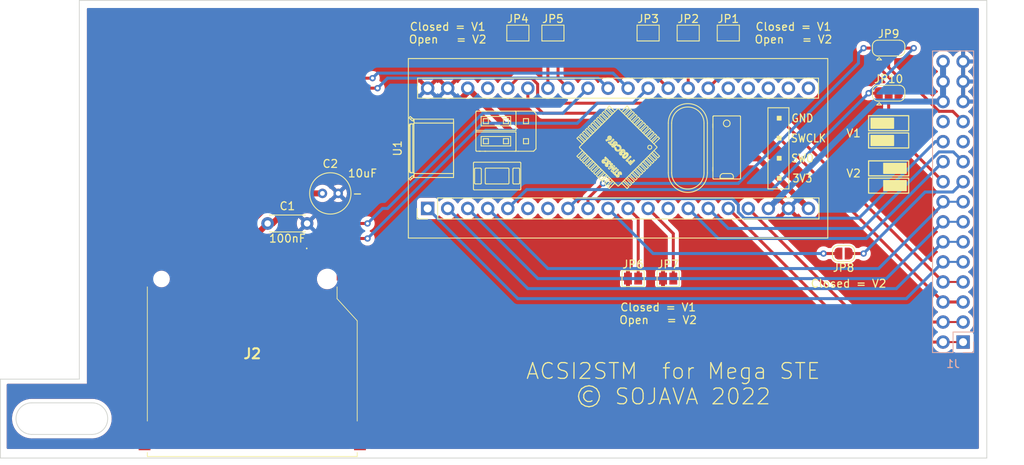
<source format=kicad_pcb>
(kicad_pcb (version 20211014) (generator pcbnew)
  (title_block (title "Atari Mega STE ACSI2STM Internal adapter") (date "2022-04-11") (rev "1.1") (company "SOJAVA"))
  (layers (0 "F.Cu" signal) (31 "B.Cu" signal) (34 "B.Paste" user) (35 "F.Paste" user) (36 "B.SilkS" user "B.Silkscreen") (37 "F.SilkS" user "F.Silkscreen") (38 "B.Mask" user) (39 "F.Mask" user) (44 "Edge.Cuts" user))
  (net 0 "")
  (net 1 "/D0")
  (net 2 "/D1")
  (net 3 "/D2")
  (net 4 "/D3")
  (net 5 "/D4")
  (net 6 "/D5")
  (net 7 "/D6")
  (net 8 "/D7")
  (net 9 "/RST")
  (net 10 "ACK")
  (net 11 "/CS")
  (net 12 "/A0")
  (net 14 "/DRQ")
  (net 15 "XHDINT")
  (net 17 "GND")
  (net 18 "+5V")
  (net 19 "PA12")
  (net 20 "PA8")
  (net 21 "+3V3")
  (net 25 "MOSI")
  (net 26 "MISO")
  (net 28 "CLK")
  (net 29 "SDCS")
  (net 39 "Net-(JP8-Pad2)")
  (net 40 "PB1")
  (net 41 "PB2")
  (net 42 "PA3")
  (net 43 "PA2")
  (net 44 "PA1")
  (net 45 "PB4")
  (net 46 "PB3")
  (footprint "Jumper:SolderJumper-2_P1.3mm_Open_Pad1.0x1.5mm" (layer "F.Cu") (at 170.18 135.255)
    (fp_text reference "JP6" (at 0 -1.8) (layer "F.SilkS"))
    (fp_text value "Close = V1")
    (pad "1" smd rect locked (at -0.65 0) (size 1 1.5) (layers "F.Cu" "F.Mask") (net 17 "GND"))
    (pad "2" smd rect locked (at 0.65 0) (size 1 1.5) (layers "F.Cu" "F.Mask") (net 46 "PB3"))
  )
  (footprint "footprints:YAAJ_BluePill_1" (layer "F.Cu") (at 144.145 126.365 90)
    (fp_text reference "U1" (at 7.62 -3.81 90) (layer "F.SilkS"))
    (fp_text value "BluePill" hide)
    (fp_text user "3V3" (at 3.81 47.498 unlocked) (layer "F.SilkS") (effects (font (size 1 0.9))))
    (fp_text user "GND" (at 11.43 47.498 unlocked) (layer "F.SilkS") (effects (font (size 1 0.9))))
    (fp_text user "SWO" (at 6.35 47.498 unlocked) (layer "F.SilkS") (effects (font (size 1 0.9))))
    (fp_text user "SWCLK" (at 8.89 48.26 unlocked) (layer "F.SilkS") (effects (font (size 1 0.9))))
    (pad "1" thru_hole rect locked (at 0 0 90) (size 1.7 1.7) (drill 1) (layers *.Cu *.Mask) (net 5 "/D4"))
    (pad "2" thru_hole circle locked (at 0 2.54 90) (size 1.7 1.7) (drill 1) (layers *.Cu *.Mask) (net 6 "/D5"))
    (pad "3" thru_hole circle locked (at 0 5.08 90) (size 1.7 1.7) (drill 1) (layers *.Cu *.Mask) (net 7 "/D6"))
    (pad "4" thru_hole circle locked (at 0 7.62 90) (size 1.7 1.7) (drill 1) (layers *.Cu *.Mask) (net 8 "/D7"))
    (pad "5" thru_hole circle locked (at 0 10.16 90) (size 1.7 1.7) (drill 1) (layers *.Cu *.Mask) (net 20 "PA8"))
    (pad "6" thru_hole circle locked (at 0 12.7 90) (size 1.7 1.7) (drill 1) (layers *.Cu *.Mask))
    (pad "7" thru_hole circle locked (at 0 15.24 90) (size 1.7 1.7) (drill 1) (layers *.Cu *.Mask))
    (pad "8" thru_hole circle locked (at 0 17.78 90) (size 1.7 1.7) (drill 1) (layers *.Cu *.Mask) (net 14 "/DRQ"))
    (pad "9" thru_hole circle locked (at 0 20.32 90) (size 1.7 1.7) (drill 1) (layers *.Cu *.Mask) (net 19 "PA12"))
    (pad "10" thru_hole circle locked (at 0 22.86 90) (size 1.7 1.7) (drill 1) (layers *.Cu *.Mask) (net 39 "Net-(JP8-Pad2)"))
    (pad "11" thru_hole circle locked (at 0 25.4 90) (size 1.7 1.7) (drill 1) (layers *.Cu *.Mask) (net 46 "PB3"))
    (pad "12" thru_hole circle locked (at 0 27.94 90) (size 1.7 1.7) (drill 1) (layers *.Cu *.Mask) (net 45 "PB4"))
    (pad "13" thru_hole circle locked (at 0 30.48 90) (size 1.7 1.7) (drill 1) (layers *.Cu *.Mask))
    (pad "14" thru_hole circle locked (at 0 33.02 90) (size 1.7 1.7) (drill 1) (layers *.Cu *.Mask) (net 12 "/A0"))
    (pad "15" thru_hole circle locked (at 0 35.56 90) (size 1.7 1.7) (drill 1) (layers *.Cu *.Mask) (net 11 "/CS"))
    (pad "16" thru_hole circle locked (at 0 38.1 90) (size 1.7 1.7) (drill 1) (layers *.Cu *.Mask) (net 1 "/D0"))
    (pad "17" thru_hole circle locked (at 0 40.64 90) (size 1.7 1.7) (drill 1) (layers *.Cu *.Mask) (net 2 "/D1"))
    (pad "18" thru_hole circle locked (at 0 43.18 90) (size 1.7 1.7) (drill 1) (layers *.Cu *.Mask) (net 18 "+5V"))
    (pad "19" thru_hole circle locked (at 0 45.72 90) (size 1.7 1.7) (drill 1) (layers *.Cu *.Mask) (net 17 "GND"))
    (pad "20" thru_hole circle locked (at 0 48.26 90) (size 1.7 1.7) (drill 1) (layers *.Cu *.Mask) (net 21 "+3V3"))
    (pad "21" thru_hole circle locked (at 15.24 48.26 90) (size 1.7 1.7) (drill 1) (layers *.Cu *.Mask))
    (pad "22" thru_hole circle locked (at 15.24 45.72 90) (size 1.7 1.7) (drill 1) (layers *.Cu *.Mask))
    (pad "23" thru_hole circle locked (at 15.24 43.18 90) (size 1.7 1.7) (drill 1) (layers *.Cu *.Mask))
    (pad "24" thru_hole circle locked (at 15.24 40.64 90) (size 1.7 1.7) (drill 1) (layers *.Cu *.Mask))
    (pad "25" thru_hole circle locked (at 15.24 38.1 90) (size 1.7 1.7) (drill 1) (layers *.Cu *.Mask))
    (pad "26" thru_hole circle locked (at 15.24 35.56 90) (size 1.7 1.7) (drill 1) (layers *.Cu *.Mask) (net 44 "PA1"))
    (pad "27" thru_hole circle locked (at 15.24 33.02 90) (size 1.7 1.7) (drill 1) (layers *.Cu *.Mask) (net 43 "PA2"))
    (pad "28" thru_hole circle locked (at 15.24 30.48 90) (size 1.7 1.7) (drill 1) (layers *.Cu *.Mask) (net 42 "PA3"))
    (pad "29" thru_hole circle locked (at 15.24 27.94 90) (size 1.7 1.7) (drill 1) (layers *.Cu *.Mask) (net 29 "SDCS"))
    (pad "30" thru_hole circle locked (at 15.24 25.4 90) (size 1.7 1.7) (drill 1) (layers *.Cu *.Mask) (net 28 "CLK"))
    (pad "31" thru_hole circle locked (at 15.24 22.86 90) (size 1.7 1.7) (drill 1) (layers *.Cu *.Mask) (net 26 "MISO"))
    (pad "32" thru_hole circle locked (at 15.24 20.32 90) (size 1.7 1.7) (drill 1) (layers *.Cu *.Mask) (net 25 "MOSI"))
    (pad "33" thru_hole circle locked (at 15.24 17.78 90) (size 1.7 1.7) (drill 1) (layers *.Cu *.Mask) (net 41 "PB2"))
    (pad "34" thru_hole circle locked (at 15.24 15.24 90) (size 1.7 1.7) (drill 1) (layers *.Cu *.Mask) (net 40 "PB1"))
    (pad "35" thru_hole circle locked (at 15.24 12.7 90) (size 1.7 1.7) (drill 1) (layers *.Cu *.Mask) (net 3 "/D2"))
    (pad "36" thru_hole circle locked (at 15.24 10.16 90) (size 1.7 1.7) (drill 1) (layers *.Cu *.Mask) (net 4 "/D3"))
    (pad "37" thru_hole circle locked (at 15.24 7.62 90) (size 1.7 1.7) (drill 1) (layers *.Cu *.Mask))
    (pad "38" thru_hole circle locked (at 15.24 5.08 90) (size 1.7 1.7) (drill 1) (layers *.Cu *.Mask) (net 21 "+3V3"))
    (pad "39" thru_hole circle locked (at 15.24 2.54 90) (size 1.7 1.7) (drill 1) (layers *.Cu *.Mask) (net 17 "GND"))
    (pad "40" thru_hole circle locked (at 15.24 0 90) (size 1.7 1.7) (drill 1) (layers *.Cu *.Mask) (net 17 "GND"))
  )
  (footprint "Jumper:SolderJumper-3_P1.3mm_Open_RoundedPad1.0x1.5mm" (layer "F.Cu") (at 202.565 111.76)
    (fp_text reference "JP10" (at 0 -1.8) (layer "F.SilkS"))
    (fp_text value "ACK Jumper")
    (pad "1" smd custom locked (at -1.3 0) (size 1 0.5) (layers "F.Cu" "F.Mask") (net 20 "PA8") (options (clearance outline) (anchor rect)) (primitives (gr_circle (center 0 0.25) (end 0.5 0.25) (width 0) (fill yes)) (gr_circle (center 0 -0.25) (end 0.5 -0.25) (width 0) (fill yes)) (gr_poly (pts (xy 0.55 0.75) (xy 0 0.75) (xy 0 -0.75) (xy 0.55 -0.75)) (width 0) (fill yes))))
    (pad "2" smd rect locked (at 0 0) (size 1 1.5) (layers "F.Cu" "F.Mask") (net 10 "ACK"))
    (pad "3" smd custom locked (at 1.3 0) (size 1 0.5) (layers "F.Cu" "F.Mask") (net 19 "PA12") (options (clearance outline) (anchor rect)) (primitives (gr_circle (center 0 0.25) (end 0.5 0.25) (width 0) (fill yes)) (gr_circle (center 0 -0.25) (end 0.5 -0.25) (width 0) (fill yes)) (gr_poly (pts (xy 0 0.75) (xy -0.55 0.75) (xy -0.55 -0.75) (xy 0 -0.75)) (width 0) (fill yes))))
  )
  (footprint "SamacSys_Parts:GSD090012SEU" (layer "F.Cu") (at 121.92 144.78)
    (fp_text reference "J2" (at 0 0) (layer "F.SilkS") (effects (font (size 1.27 1.27) (thickness 0.254))))
    (fp_text value "GSD090012SEU" hide)
    (pad "" np_thru_hole circle locked (at -11.499 -9.475) (size 1.1 1.1) (drill 1.1) (layers *.Cu *.Mask))
    (pad "" np_thru_hole circle locked (at 9.501 -9.475) (size 1.6 1.6) (drill 1.6) (layers *.Cu *.Mask))
    (pad "1" smd rect locked (at 6.875 -12.275) (size 1 1.5) (layers "F.Cu" "F.Paste" "F.Mask") (net 29 "SDCS"))
    (pad "2" smd rect locked (at 4.375 -12.275) (size 1 1.5) (layers "F.Cu" "F.Paste" "F.Mask") (net 25 "MOSI"))
    (pad "3" smd rect locked (at 1.875 -12.275) (size 1 1.5) (layers "F.Cu" "F.Paste" "F.Mask") (net 17 "GND"))
    (pad "4" smd rect locked (at -0.625 -12.275) (size 1 1.5) (layers "F.Cu" "F.Paste" "F.Mask") (net 21 "+3V3"))
    (pad "5" smd rect locked (at -3.125 -12.275) (size 1 1.5) (layers "F.Cu" "F.Paste" "F.Mask") (net 28 "CLK"))
    (pad "6" smd rect locked (at -5.625 -12.275) (size 1 1.5) (layers "F.Cu" "F.Paste" "F.Mask") (net 17 "GND"))
    (pad "7" smd rect locked (at -8.05 -12.275) (size 1 1.5) (layers "F.Cu" "F.Paste" "F.Mask") (net 26 "MISO"))
    (pad "8" smd rect locked (at -9.75 -12.275) (size 1 1.5) (layers "F.Cu" "F.Paste" "F.Mask"))
    (pad "9" smd rect locked (at 9.375 -12.275) (size 1 1.5) (layers "F.Cu" "F.Paste" "F.Mask"))
    (pad "10" smd rect locked (at -11.05 -12.275) (size 0.7 1.5) (layers "F.Cu" "F.Paste" "F.Mask"))
    (pad "11" smd rect locked (at -12.25 -12.275) (size 0.7 1.5) (layers "F.Cu" "F.Paste" "F.Mask"))
    (pad "MP1" smd rect locked (at -13.65 -10.675) (size 1.5 2.8) (layers "F.Cu" "F.Paste" "F.Mask") (net 17 "GND"))
    (pad "MP2" smd rect locked (at 11.451 -10.675) (size 1.5 2.8) (layers "F.Cu" "F.Paste" "F.Mask") (net 17 "GND"))
    (pad "MP3" smd rect locked (at -13.65 10.825) (size 1.5 2.8) (layers "F.Cu" "F.Paste" "F.Mask") (net 17 "GND"))
    (pad "MP4" smd rect locked (at 13.65 10.825) (size 1.5 2.8) (layers "F.Cu" "F.Paste" "F.Mask") (net 17 "GND"))
  )
  (footprint "Jumper:SolderJumper-2_P1.3mm_Open_Pad1.0x1.5mm" (layer "F.Cu") (at 182.245 104.14)
    (fp_text reference "JP1" (at 0 -1.8) (layer "F.SilkS"))
    (fp_text value "Close = V1")
    (pad "1" smd rect locked (at -0.65 0) (size 1 1.5) (layers "F.Cu" "F.Mask") (net 17 "GND"))
    (pad "2" smd rect locked (at 0.65 0) (size 1 1.5) (layers "F.Cu" "F.Mask") (net 44 "PA1"))
  )
  (footprint "Jumper:SolderJumper-2_P1.3mm_Open_RoundedPad1.0x1.5mm" (layer "F.Cu") (at 196.85 132.08 180)
    (fp_text reference "JP8" (at 0 -1.8) (layer "F.SilkS"))
    (fp_text value "RST Jumper")
    (pad "1" smd custom locked (at -0.65 0 180) (size 1 0.5) (layers "F.Cu" "F.Mask") (net 9 "/RST") (options (clearance outline) (anchor rect)) (primitives (gr_circle (center 0 0.25) (end 0.5 0.25) (width 0) (fill yes)) (gr_circle (center 0 -0.25) (end 0.5 -0.25) (width 0) (fill yes)) (gr_poly (pts (xy 0.5 0.75) (xy 0 0.75) (xy 0 -0.75) (xy 0.5 -0.75)) (width 0) (fill yes))))
    (pad "2" smd custom locked (at 0.65 0 180) (size 1 0.5) (layers "F.Cu" "F.Mask") (net 39 "Net-(JP8-Pad2)") (options (clearance outline) (anchor rect)) (primitives (gr_circle (center 0 0.25) (end 0.5 0.25) (width 0) (fill yes)) (gr_circle (center 0 -0.25) (end 0.5 -0.25) (width 0) (fill yes)) (gr_poly (pts (xy 0 0.75) (xy -0.5 0.75) (xy -0.5 -0.75) (xy 0 -0.75)) (width 0) (fill yes))))
  )
  (footprint "Jumper:SolderJumper-2_P1.3mm_Open_Pad1.0x1.5mm" (layer "F.Cu") (at 177.165 104.14)
    (fp_text reference "JP2" (at 0 -1.8) (layer "F.SilkS"))
    (fp_text value "Close = V1")
    (pad "1" smd rect locked (at -0.65 0) (size 1 1.5) (layers "F.Cu" "F.Mask") (net 17 "GND"))
    (pad "2" smd rect locked (at 0.65 0) (size 1 1.5) (layers "F.Cu" "F.Mask") (net 43 "PA2"))
  )
  (footprint "Jumper:SolderJumper-3_P1.3mm_Open_RoundedPad1.0x1.5mm" (layer "F.Cu") (at 202.565 106.045)
    (fp_text reference "JP9" (at 0 -1.8) (layer "F.SilkS"))
    (fp_text value "XHDINT Jumper")
    (pad "1" smd custom locked (at -1.3 0) (size 1 0.5) (layers "F.Cu" "F.Mask") (net 19 "PA12") (options (clearance outline) (anchor rect)) (primitives (gr_circle (center 0 0.25) (end 0.5 0.25) (width 0) (fill yes)) (gr_circle (center 0 -0.25) (end 0.5 -0.25) (width 0) (fill yes)) (gr_poly (pts (xy 0.55 0.75) (xy 0 0.75) (xy 0 -0.75) (xy 0.55 -0.75)) (width 0) (fill yes))))
    (pad "2" smd rect locked (at 0 0) (size 1 1.5) (layers "F.Cu" "F.Mask") (net 15 "XHDINT"))
    (pad "3" smd custom locked (at 1.3 0) (size 1 0.5) (layers "F.Cu" "F.Mask") (net 20 "PA8") (options (clearance outline) (anchor rect)) (primitives (gr_circle (center 0 0.25) (end 0.5 0.25) (width 0) (fill yes)) (gr_circle (center 0 -0.25) (end 0.5 -0.25) (width 0) (fill yes)) (gr_poly (pts (xy 0 0.75) (xy -0.55 0.75) (xy -0.55 -0.75) (xy 0 -0.75)) (width 0) (fill yes))))
  )
  (footprint "Capacitor_THT:C_Radial_D5.0mm_H5.0mm_P2.00mm" (layer "F.Cu") (at 130.81 124.46)
    (fp_text reference "C2" (at 1 -3.75) (layer "F.SilkS"))
    (fp_text value "10uF")
    (pad "1" thru_hole circle locked (at 0 0) (size 1.2 1.2) (drill 0.6) (layers *.Cu *.Mask) (net 21 "+3V3"))
    (pad "2" thru_hole circle locked (at 2 0) (size 1.2 1.2) (drill 0.6) (layers *.Cu *.Mask) (net 17 "GND"))
  )
  (footprint "Jumper:SolderJumper-2_P1.3mm_Open_Pad1.0x1.5mm" (layer "F.Cu") (at 172.085 104.14)
    (fp_text reference "JP3" (at 0 -1.8) (layer "F.SilkS"))
    (fp_text value "Close = V1")
    (pad "1" smd rect locked (at -0.65 0) (size 1 1.5) (layers "F.Cu" "F.Mask") (net 17 "GND"))
    (pad "2" smd rect locked (at 0.65 0) (size 1 1.5) (layers "F.Cu" "F.Mask") (net 42 "PA3"))
  )
  (footprint "Capacitor_THT:C_Disc_D4.3mm_W1.9mm_P5.00mm" (layer "F.Cu") (at 123.865 128.27)
    (fp_text reference "C1" (at 2.5 -2.2) (layer "F.SilkS"))
    (fp_text value "100nF")
    (pad "1" thru_hole circle locked (at 0 0) (size 1.6 1.6) (drill 0.8) (layers *.Cu *.Mask) (net 21 "+3V3"))
    (pad "2" thru_hole circle locked (at 5 0) (size 1.6 1.6) (drill 0.8) (layers *.Cu *.Mask) (net 17 "GND"))
  )
  (footprint "Jumper:SolderJumper-2_P1.3mm_Open_Pad1.0x1.5mm" (layer "F.Cu") (at 155.575 104.14)
    (fp_text reference "JP4" (at 0 -1.8) (layer "F.SilkS"))
    (fp_text value "Close = V1")
    (pad "1" smd rect locked (at -0.65 0) (size 1 1.5) (layers "F.Cu" "F.Mask") (net 17 "GND"))
    (pad "2" smd rect locked (at 0.65 0) (size 1 1.5) (layers "F.Cu" "F.Mask") (net 40 "PB1"))
  )
  (footprint "Jumper:SolderJumper-2_P1.3mm_Open_Pad1.0x1.5mm" (layer "F.Cu") (at 174.625 135.255)
    (fp_text reference "JP7" (at 0 -1.8) (layer "F.SilkS"))
    (fp_text value "Close = V1")
    (pad "1" smd rect locked (at -0.65 0) (size 1 1.5) (layers "F.Cu" "F.Mask") (net 17 "GND"))
    (pad "2" smd rect locked (at 0.65 0) (size 1 1.5) (layers "F.Cu" "F.Mask") (net 45 "PB4"))
  )
  (footprint "Jumper:SolderJumper-2_P1.3mm_Open_Pad1.0x1.5mm" (layer "F.Cu") (at 160.02 104.14)
    (fp_text reference "JP5" (at 0 -1.8) (layer "F.SilkS"))
    (fp_text value "Close = V1")
    (pad "1" smd rect locked (at -0.65 0) (size 1 1.5) (layers "F.Cu" "F.Mask") (net 17 "GND"))
    (pad "2" smd rect locked (at 0.65 0) (size 1 1.5) (layers "F.Cu" "F.Mask") (net 41 "PB2"))
  )
  (footprint "Connector_PinSocket_2.54mm:PinSocket_2x15_P2.54mm_Vertical" (layer "B.Cu") (at 212 143.3)
    (fp_text reference "J1" (at -1.27 2.77) (layer "B.SilkS") (effects (justify mirror)))
    (fp_text value "Mega STE Internal ACSI")
    (pad "1" thru_hole rect locked (at 0 0) (size 1.7 1.7) (drill 1) (layers *.Cu *.Mask) (net 1 "/D0"))
    (pad "2" thru_hole oval locked (at -2.54 0) (size 1.7 1.7) (drill 1) (layers *.Cu *.Mask) (net 1 "/D0"))
    (pad "3" thru_hole oval locked (at 0 -2.54) (size 1.7 1.7) (drill 1) (layers *.Cu *.Mask) (net 2 "/D1"))
    (pad "4" thru_hole oval locked (at -2.54 -2.54) (size 1.7 1.7) (drill 1) (layers *.Cu *.Mask) (net 2 "/D1"))
    (pad "5" thru_hole oval locked (at 0 -5.08) (size 1.7 1.7) (drill 1) (layers *.Cu *.Mask) (net 3 "/D2"))
    (pad "6" thru_hole oval locked (at -2.54 -5.08) (size 1.7 1.7) (drill 1) (layers *.Cu *.Mask) (net 3 "/D2"))
    (pad "7" thru_hole oval locked (at 0 -7.62) (size 1.7 1.7) (drill 1) (layers *.Cu *.Mask) (net 4 "/D3"))
    (pad "8" thru_hole oval locked (at -2.54 -7.62) (size 1.7 1.7) (drill 1) (layers *.Cu *.Mask) (net 4 "/D3"))
    (pad "9" thru_hole oval locked (at 0 -10.16) (size 1.7 1.7) (drill 1) (layers *.Cu *.Mask) (net 5 "/D4"))
    (pad "10" thru_hole oval locked (at -2.54 -10.16) (size 1.7 1.7) (drill 1) (layers *.Cu *.Mask) (net 5 "/D4"))
    (pad "11" thru_hole oval locked (at 0 -12.7) (size 1.7 1.7) (drill 1) (layers *.Cu *.Mask) (net 6 "/D5"))
    (pad "12" thru_hole oval locked (at -2.54 -12.7) (size 1.7 1.7) (drill 1) (layers *.Cu *.Mask) (net 6 "/D5"))
    (pad "13" thru_hole oval locked (at 0 -15.24) (size 1.7 1.7) (drill 1) (layers *.Cu *.Mask) (net 7 "/D6"))
    (pad "14" thru_hole oval locked (at -2.54 -15.24) (size 1.7 1.7) (drill 1) (layers *.Cu *.Mask) (net 7 "/D6"))
    (pad "15" thru_hole oval locked (at 0 -17.78) (size 1.7 1.7) (drill 1) (layers *.Cu *.Mask) (net 8 "/D7"))
    (pad "16" thru_hole oval locked (at -2.54 -17.78) (size 1.7 1.7) (drill 1) (layers *.Cu *.Mask) (net 8 "/D7"))
    (pad "17" thru_hole oval locked (at 0 -20.32) (size 1.7 1.7) (drill 1) (layers *.Cu *.Mask) (net 9 "/RST"))
    (pad "18" thru_hole oval locked (at -2.54 -20.32) (size 1.7 1.7) (drill 1) (layers *.Cu *.Mask) (net 10 "ACK"))
    (pad "19" thru_hole oval locked (at 0 -22.86) (size 1.7 1.7) (drill 1) (layers *.Cu *.Mask) (net 11 "/CS"))
    (pad "20" thru_hole oval locked (at -2.54 -22.86) (size 1.7 1.7) (drill 1) (layers *.Cu *.Mask) (net 12 "/A0"))
    (pad "21" thru_hole oval locked (at 0 -25.4) (size 1.7 1.7) (drill 1) (layers *.Cu *.Mask))
    (pad "22" thru_hole oval locked (at -2.54 -25.4) (size 1.7 1.7) (drill 1) (layers *.Cu *.Mask) (net 14 "/DRQ"))
    (pad "23" thru_hole oval locked (at 0 -27.94) (size 1.7 1.7) (drill 1) (layers *.Cu *.Mask) (net 15 "XHDINT"))
    (pad "24" thru_hole oval locked (at -2.54 -27.94) (size 1.7 1.7) (drill 1) (layers *.Cu *.Mask))
    (pad "25" thru_hole oval locked (at 0 -30.48) (size 1.7 1.7) (drill 1) (layers *.Cu *.Mask) (net 17 "GND"))
    (pad "26" thru_hole oval locked (at -2.54 -30.48) (size 1.7 1.7) (drill 1) (layers *.Cu *.Mask) (net 18 "+5V"))
    (pad "27" thru_hole oval locked (at 0 -33.02) (size 1.7 1.7) (drill 1) (layers *.Cu *.Mask) (net 17 "GND"))
    (pad "28" thru_hole oval locked (at -2.54 -33.02) (size 1.7 1.7) (drill 1) (layers *.Cu *.Mask) (net 18 "+5V"))
    (pad "29" thru_hole oval locked (at 0 -35.56) (size 1.7 1.7) (drill 1) (layers *.Cu *.Mask) (net 17 "GND"))
    (pad "30" thru_hole oval locked (at -2.54 -35.56) (size 1.7 1.7) (drill 1) (layers *.Cu *.Mask) (net 18 "+5V"))
  )
  (gr_rect (start 200.025 124.428214) (end 205.105 122.523214) (layer "F.SilkS") (width 0.15) (fill none))
  (gr_rect (start 205.105 114.61289) (end 200.025 116.51789) (layer "F.SilkS") (width 0.15) (fill none))
  (gr_rect (start 204.794506 121.92) (end 201.943452 120.65) (layer "F.SilkS") (width 0.15) (fill solid))
  (gr_rect (start 200.025 122.24211) (end 205.105 120.33711) (layer "F.SilkS") (width 0.15) (fill none))
  (gr_rect (start 200.335494 114.935) (end 203.186548 116.205) (layer "F.SilkS") (width 0.15) (fill solid))
  (gr_rect (start 205.105 116.798994) (end 200.025 118.703994) (layer "F.SilkS") (width 0.15) (fill none))
  (gr_rect (start 200.335494 117.121104) (end 203.186548 118.391104) (layer "F.SilkS") (width 0.15) (fill solid))
  (gr_rect (start 204.794506 124.106104) (end 201.943452 122.836104) (layer "F.SilkS") (width 0.15) (fill solid))
  (gr_line (start 100 100) (end 215 100) (layer "Edge.Cuts") (width 0.1))
  (gr_line (start 215 158) (end 90 158) (layer "Edge.Cuts") (width 0.1))
  (gr_line (start 100 148) (end 100 100) (layer "Edge.Cuts") (width 0.1))
  (gr_line (start 90 158) (end 90 148) (layer "Edge.Cuts") (width 0.1))
  (gr_line (start 93.98 151) (end 101.6 151) (layer "Edge.Cuts") (width 0.1))
  (gr_arc (start 93.98 155) (mid 91.98 153) (end 93.98 151) (layer "Edge.Cuts") (width 0.1))
  (gr_line (start 215 100) (end 215 158) (layer "Edge.Cuts") (width 0.1))
  (gr_line (start 93.98 155) (end 101.6 155) (layer "Edge.Cuts") (width 0.1))
  (gr_arc (start 101.6 151) (mid 103.6 153) (end 101.6 155) (layer "Edge.Cuts") (width 0.1))
  (gr_line (start 90 148) (end 100 148) (layer "Edge.Cuts") (width 0.1))
  (gr_text "-" (at 135.255 124.46) (layer "F.SilkS") (effects (font (size 1 1))))
  (gr_text "Closed = V1\nOpen   = V2" (at 190.5 104.14) (layer "F.SilkS") (effects (font (size 1 1))))
  (gr_text "V1" (at 198.12 116.84) (layer "F.SilkS") (effects (font (size 1 1))))
  (gr_text "V2" (at 198.12 121.92) (layer "F.SilkS") (effects (font (size 1 1))))
  (gr_text "ACSI2STM  for Mega STE\n© SOJAVA 2022" (at 175.26 148.59) (layer "F.SilkS") (effects (font (size 2 2))))
  (gr_text "10uF" (at 135.89 121.92) (layer "F.SilkS") (effects (font (size 1 1))))
  (gr_text "Closed = V1\nOpen   = V2" (at 146.685 104.14) (layer "F.SilkS") (effects (font (size 1 1))))
  (gr_text "Closed = V2" (at 197.485 135.89) (layer "F.SilkS") (effects (font (size 1 1))))
  (gr_text "Closed = V1\nOpen   = V2" (at 173.355 139.7) (layer "F.SilkS") (effects (font (size 1 1))))
  (gr_text "100nF" (at 126.365 130.175) (layer "F.SilkS") (effects (font (size 1 1))))
  (segment (start 199.18 143.3) (end 209.46 143.3) (width 0.38) (layer "F.Cu") (net 1))
  (segment (start 182.245 126.365) (end 199.18 143.3) (width 0.38) (layer "F.Cu") (net 1))
  (segment (start 212 143.3) (end 209.46 143.3) (width 0.25) (layer "F.Cu") (net 1))
  (segment (start 212 140.76) (end 209.46 140.76) (width 0.25) (layer "F.Cu") (net 2))
  (segment (start 199.18 140.76) (end 209.46 140.76) (width 0.38) (layer "F.Cu") (net 2))
  (segment (start 184.785 126.365) (end 199.18 140.76) (width 0.38) (layer "F.Cu") (net 2))
  (segment (start 158.75 114.3) (end 185.54 114.3) (width 0.38) (layer "F.Cu") (net 3))
  (segment (start 185.54 114.3) (end 209.46 138.22) (width 0.38) (layer "F.Cu") (net 3))
  (segment (start 212 138.22) (end 209.46 138.22) (width 0.38) (layer "F.Cu") (net 3))
  (segment (start 156.845 111.125) (end 156.845 112.395) (width 0.38) (layer "F.Cu") (net 3))
  (segment (start 156.845 112.395) (end 158.75 114.3) (width 0.38) (layer "F.Cu") (net 3))
  (segment (start 158.084511 110.611577) (end 158.084511 112.364511) (width 0.38) (layer "F.Cu") (net 4))
  (segment (start 212 135.68) (end 209.46 135.68) (width 0.25) (layer "F.Cu") (net 4))
  (segment (start 157.358423 109.885489) (end 158.084511 110.611577) (width 0.38) (layer "F.Cu") (net 4))
  (segment (start 158.75 113.03) (end 186.81 113.03) (width 0.38) (layer "F.Cu") (net 4))
  (segment (start 186.81 113.03) (end 209.46 135.68) (width 0.38) (layer "F.Cu") (net 4))
  (segment (start 158.084511 112.364511) (end 158.75 113.03) (width 0.38) (layer "F.Cu") (net 4))
  (segment (start 155.544511 109.885489) (end 157.358423 109.885489) (width 0.38) (layer "F.Cu") (net 4))
  (segment (start 154.305 111.125) (end 155.544511 109.885489) (width 0.38) (layer "F.Cu") (net 4))
  (segment (start 155.575 137.795) (end 204.805 137.795) (width 0.38) (layer "B.Cu") (net 5))
  (segment (start 212 133.14) (end 209.46 133.14) (width 0.25) (layer "B.Cu") (net 5))
  (segment (start 144.145 126.365) (end 155.575 137.795) (width 0.38) (layer "B.Cu") (net 5))
  (segment (start 204.805 137.795) (end 209.46 133.14) (width 0.38) (layer "B.Cu") (net 5))
  (segment (start 146.685 126.365) (end 156.845 136.525) (width 0.38) (layer "B.Cu") (net 6))
  (segment (start 212 130.6) (end 209.46 130.6) (width 0.25) (layer "B.Cu") (net 6))
  (segment (start 156.845 136.525) (end 203.535 136.525) (width 0.38) (layer "B.Cu") (net 6))
  (segment (start 203.535 136.525) (end 209.46 130.6) (width 0.38) (layer "B.Cu") (net 6))
  (segment (start 212 128.06) (end 209.46 128.06) (width 0.25) (layer "B.Cu") (net 7))
  (segment (start 202.265 135.255) (end 209.46 128.06) (width 0.38) (layer "B.Cu") (net 7))
  (segment (start 149.225 126.365) (end 158.115 135.255) (width 0.38) (layer "B.Cu") (net 7))
  (segment (start 158.115 135.255) (end 202.265 135.255) (width 0.38) (layer "B.Cu") (net 7))
  (segment (start 201.295 133.985) (end 209.46 125.82) (width 0.38) (layer "B.Cu") (net 8))
  (segment (start 151.765 126.365) (end 159.385 133.985) (width 0.38) (layer "B.Cu") (net 8))
  (segment (start 159.385 133.985) (end 201.295 133.985) (width 0.38) (layer "B.Cu") (net 8))
  (segment (start 212 125.52) (end 209.46 125.52) (width 0.25) (layer "B.Cu") (net 8))
  (segment (start 209.46 125.82) (end 209.46 125.52) (width 0.38) (layer "B.Cu") (net 8))
  (segment (start 197.5 132.08) (end 199.39 132.08) (width 0.38) (layer "F.Cu") (net 9))
  (via (at 199.39 132.08) (size 0.8) (drill 0.4) (layers "F.Cu" "B.Cu") (net 9))
  (segment (start 212 122.98) (end 210.699511 124.280489) (width 0.38) (layer "B.Cu") (net 9))
  (segment (start 207.189511 124.280489) (end 199.39 132.08) (width 0.38) (layer "B.Cu") (net 9))
  (segment (start 210.699511 124.280489) (end 207.189511 124.280489) (width 0.38) (layer "B.Cu") (net 9))
  (segment (start 202.565 111.76) (end 202.565 116.085) (width 0.38) (layer "F.Cu") (net 10))
  (segment (start 202.565 116.085) (end 209.46 122.98) (width 0.38) (layer "F.Cu") (net 10))
  (segment (start 208.946577 119.200489) (end 210.760489 119.200489) (width 0.38) (layer "B.Cu") (net 11))
  (segment (start 182.245 128.905) (end 199.242066 128.905) (width 0.38) (layer "B.Cu") (net 11))
  (segment (start 210.760489 119.200489) (end 212 120.44) (width 0.38) (layer "B.Cu") (net 11))
  (segment (start 199.242066 128.905) (end 208.946577 119.200489) (width 0.38) (layer "B.Cu") (net 11))
  (segment (start 179.705 126.365) (end 182.245 128.905) (width 0.38) (layer "B.Cu") (net 11))
  (segment (start 199.725 130.175) (end 209.46 120.44) (width 0.38) (layer "B.Cu") (net 12))
  (segment (start 180.975 130.175) (end 199.725 130.175) (width 0.38) (layer "B.Cu") (net 12))
  (segment (start 177.165 126.365) (end 180.975 130.175) (width 0.38) (layer "B.Cu") (net 12))
  (segment (start 198.785489 127.604511) (end 208.49 117.9) (width 0.38) (layer "B.Cu") (net 14))
  (segment (start 161.925 126.365) (end 163.164511 125.125489) (width 0.38) (layer "B.Cu") (net 14))
  (segment (start 182.758423 125.125489) (end 183.515 125.882066) (width 0.38) (layer "B.Cu") (net 14))
  (segment (start 184.271577 127.604511) (end 198.785489 127.604511) (width 0.38) (layer "B.Cu") (net 14))
  (segment (start 183.515 126.847934) (end 184.271577 127.604511) (width 0.38) (layer "B.Cu") (net 14))
  (segment (start 183.515 125.882066) (end 183.515 126.847934) (width 0.38) (layer "B.Cu") (net 14))
  (segment (start 163.164511 125.125489) (end 182.758423 125.125489) (width 0.38) (layer "B.Cu") (net 14))
  (segment (start 208.49 117.9) (end 209.46 117.9) (width 0.38) (layer "B.Cu") (net 14))
  (segment (start 210.699511 114.059511) (end 212 115.36) (width 0.38) (layer "F.Cu") (net 15))
  (segment (start 208.946577 114.059511) (end 210.699511 114.059511) (width 0.38) (layer "F.Cu") (net 15))
  (segment (start 202.565 108.500866) (end 204.554134 110.49) (width 0.38) (layer "F.Cu") (net 15))
  (segment (start 202.565 106.045) (end 202.565 108.500866) (width 0.38) (layer "F.Cu") (net 15))
  (segment (start 204.554134 110.49) (end 205.377066 110.49) (width 0.38) (layer "F.Cu") (net 15))
  (segment (start 205.377066 110.49) (end 208.946577 114.059511) (width 0.38) (layer "F.Cu") (net 15))
  (segment (start 200.87 112.82) (end 209.46 112.82) (width 0.762) (layer "B.Cu") (net 18))
  (segment (start 187.325 126.365) (end 200.87 112.82) (width 0.762) (layer "B.Cu") (net 18))
  (segment (start 209.46 107.74) (end 209.46 112.82) (width 0.762) (layer "B.Cu") (net 18))
  (segment (start 203.865 111.030978) (end 203.865 111.76) (width 0.38) (layer "F.Cu") (net 19))
  (segment (start 201.265 108.430978) (end 203.865 111.030978) (width 0.38) (layer "F.Cu") (net 19))
  (segment (start 164.465 125.095) (end 164.465 126.365) (width 0.38) (layer "F.Cu") (net 19))
  (segment (start 201.265 106.045) (end 201.265 108.430978) (width 0.38) (layer "F.Cu") (net 19))
  (segment (start 166.37 123.19) (end 164.465 125.095) (width 0.38) (layer "F.Cu") (net 19))
  (segment (start 199.39 106.045) (end 201.265 106.045) (width 0.38) (layer "F.Cu") (net 19))
  (via (at 199.39 106.045) (size 0.8) (drill 0.4) (layers "F.Cu" "B.Cu") (net 19))
  (via (at 166.37 123.19) (size 0.8) (drill 0.4) (layers "F.Cu" "B.Cu") (net 19))
  (segment (start 198.745 106.69) (end 198.745 107.95) (width 0.38) (layer "B.Cu") (net 19))
  (segment (start 183.505 123.19) (end 166.37 123.19) (width 0.38) (layer "B.Cu") (net 19))
  (segment (start 199.39 106.045) (end 198.745 106.69) (width 0.38) (layer "B.Cu") (net 19))
  (segment (start 198.745 107.95) (end 183.505 123.19) (width 0.38) (layer "B.Cu") (net 19))
  (segment (start 203.865 106.045) (end 205.74 106.045) (width 0.38) (layer "F.Cu") (net 20))
  (segment (start 201.265 111.76) (end 200.025 111.76) (width 0.38) (layer "F.Cu") (net 20))
  (via (at 200.025 111.76) (size 0.8) (drill 0.4) (layers "F.Cu" "B.Cu") (net 20))
  (via (at 205.74 106.045) (size 0.8) (drill 0.4) (layers "F.Cu" "B.Cu") (net 20))
  (segment (start 154.305 126.365) (end 156.690489 123.979511) (width 0.38) (layer "B.Cu") (net 20))
  (segment (start 156.690489 123.979511) (end 187.795489 123.979511) (width 0.38) (layer "B.Cu") (net 20))
  (segment (start 205.74 106.045) (end 200.025 111.76) (width 0.38) (layer "B.Cu") (net 20))
  (segment (start 198.12 113.665) (end 198.11 113.665) (width 0.38) (layer "B.Cu") (net 20))
  (segment (start 200.025 111.76) (end 198.12 113.665) (width 0.38) (layer "B.Cu") (net 20))
  (segment (start 187.795489 123.979511) (end 198.11 113.665) (width 0.38) (layer "B.Cu") (net 20))
  (segment (start 149.225 111.638005) (end 147.833005 113.03) (width 0.762) (layer "F.Cu") (net 21))
  (segment (start 130.81 124.46) (end 128.31 124.46) (width 0.762) (layer "F.Cu") (net 21))
  (segment (start 128.31 124.46) (end 124.5 128.27) (width 0.762) (layer "F.Cu") (net 21))
  (segment (start 149.225 111.125) (end 158.115 120.015) (width 0.762) (layer "F.Cu") (net 21))
  (segment (start 158.115 120.015) (end 186.055 120.015) (width 0.762) (layer "F.Cu") (net 21))
  (segment (start 121.295 128.5775) (end 121.295 132.505) (width 0.762) (layer "F.Cu") (net 21))
  (segment (start 124.5 128.27) (end 123.865 128.27) (width 0.762) (layer "F.Cu") (net 21))
  (segment (start 149.225 111.125) (end 149.225 111.638005) (width 0.762) (layer "F.Cu") (net 21))
  (segment (start 123.865 128.27) (end 121.295 130.84) (width 0.762) (layer "F.Cu") (net 21))
  (segment (start 186.055 120.015) (end 192.405 126.365) (width 0.762) (layer "F.Cu") (net 21))
  (segment (start 136.8425 113.03) (end 121.295 128.5775) (width 0.762) (layer "F.Cu") (net 21))
  (segment (start 147.833005 113.03) (end 136.8425 113.03) (width 0.762) (layer "F.Cu") (net 21))
  (segment (start 121.295 130.84) (end 121.295 132.505) (width 0.762) (layer "F.Cu") (net 21))
  (segment (start 131.445 128.27) (end 129.54 130.175) (width 0.38) (layer "F.Cu") (net 25))
  (segment (start 128.625 130.175) (end 126.295 132.505) (width 0.38) (layer "F.Cu") (net 25))
  (segment (start 129.54 130.175) (end 128.625 130.175) (width 0.38) (layer "F.Cu") (net 25))
  (segment (start 136.525 128.27) (end 131.445 128.27) (width 0.38) (layer "F.Cu") (net 25))
  (via (at 136.525 128.27) (size 0.8) (drill 0.4) (layers "F.Cu" "B.Cu") (net 25))
  (segment (start 161.29 114.3) (end 164.465 111.125) (width 0.38) (layer "B.Cu") (net 25))
  (segment (start 151.13 114.3) (end 161.29 114.3) (width 0.38) (layer "B.Cu") (net 25))
  (segment (start 136.525 128.27) (end 138.43 126.365) (width 0.38) (layer "B.Cu") (net 25))
  (segment (start 138.43 126.365) (end 139.065 126.365) (width 0.38) (layer "B.Cu") (net 25))
  (segment (start 139.065 126.365) (end 151.13 114.3) (width 0.38) (layer "B.Cu") (net 25))
  (segment (start 118.709022 134.62) (end 114.935 134.62) (width 0.38) (layer "F.Cu") (net 26))
  (segment (start 137.795 111.125) (end 135.89 111.125) (width 0.38) (layer "F.Cu") (net 26))
  (segment (start 113.87 133.555) (end 114.935 134.62) (width 0.38) (layer "F.Cu") (net 26))
  (segment (start 120.015 127) (end 120.015 133.314022) (width 0.38) (layer "F.Cu") (net 26))
  (segment (start 120.015 133.314022) (end 118.709022 134.62) (width 0.38) (layer "F.Cu") (net 26))
  (segment (start 113.87 132.505) (end 113.87 133.555) (width 0.38) (layer "F.Cu") (net 26))
  (segment (start 135.89 111.125) (end 120.015 127) (width 0.38) (layer "F.Cu") (net 26))
  (via (at 137.795 111.125) (size 0.8) (drill 0.4) (layers "F.Cu" "B.Cu") (net 26))
  (segment (start 165.735 109.855) (end 167.005 111.125) (width 0.38) (layer "B.Cu") (net 26))
  (segment (start 139.065 109.855) (end 165.735 109.855) (width 0.38) (layer "B.Cu") (net 26))
  (segment (start 137.795 111.125) (end 139.065 109.855) (width 0.38) (layer "B.Cu") (net 26))
  (segment (start 137.16 109.855) (end 135.89 109.855) (width 0.38) (layer "F.Cu") (net 28))
  (segment (start 135.89 109.855) (end 118.795 126.95) (width 0.38) (layer "F.Cu") (net 28))
  (segment (start 118.795 126.95) (end 118.795 132.505) (width 0.38) (layer "F.Cu") (net 28))
  (via (at 137.16 109.855) (size 0.8) (drill 0.4) (layers "F.Cu" "B.Cu") (net 28))
  (segment (start 167.64 109.22) (end 169.545 111.125) (width 0.38) (layer "B.Cu") (net 28))
  (segment (start 137.795 109.22) (end 167.64 109.22) (width 0.38) (layer "B.Cu") (net 28))
  (segment (start 137.16 109.855) (end 137.795 109.22) (width 0.38) (layer "B.Cu") (net 28))
  (segment (start 131.125 130.175) (end 128.795 132.505) (width 0.38) (layer "F.Cu") (net 29))
  (segment (start 136.525 130.175) (end 131.125 130.175) (width 0.38) (layer "F.Cu") (net 29))
  (via (at 136.525 130.175) (size 0.8) (drill 0.4) (layers "F.Cu" "B.Cu") (net 29))
  (segment (start 170.18 113.03) (end 172.085 111.125) (width 0.38) (layer "B.Cu") (net 29))
  (segment (start 165.639511 113.03) (end 170.18 113.03) (width 0.38) (layer "B.Cu") (net 29))
  (segment (start 136.525 130.175) (end 151.13 115.57) (width 0.38) (layer "B.Cu") (net 29))
  (segment (start 163.099511 115.57) (end 165.639511 113.03) (width 0.38) (layer "B.Cu") (net 29))
  (segment (start 151.13 115.57) (end 163.099511 115.57) (width 0.38) (layer "B.Cu") (net 29))
  (segment (start 196.2 132.08) (end 194.31 132.08) (width 0.38) (layer "F.Cu") (net 39))
  (via (at 194.31 132.08) (size 0.8) (drill 0.4) (layers "F.Cu" "B.Cu") (net 39))
  (segment (start 167.005 126.365) (end 172.72 132.08) (width 0.38) (layer "B.Cu") (net 39))
  (segment (start 172.72 132.08) (end 194.31 132.08) (width 0.38) (layer "B.Cu") (net 39))
  (segment (start 156.225 104.775) (end 156.225 104.79) (width 0.38) (layer "F.Cu") (net 40))
  (segment (start 156.225 104.79) (end 159.385 107.95) (width 0.38) (layer "F.Cu") (net 40))
  (segment (start 159.385 107.95) (end 159.385 111.125) (width 0.38) (layer "F.Cu") (net 40))
  (segment (start 160.67 104.775) (end 160.67 109.87) (width 0.38) (layer "F.Cu") (net 41))
  (segment (start 160.67 109.87) (end 161.925 111.125) (width 0.38) (layer "F.Cu") (net 41))
  (segment (start 172.735 109.235) (end 174.625 111.125) (width 0.38) (layer "F.Cu") (net 42))
  (segment (start 172.735 104.14) (end 172.735 109.235) (width 0.38) (layer "F.Cu") (net 42))
  (segment (start 177.815 104.14) (end 177.815 107.935) (width 0.38) (layer "F.Cu") (net 43))
  (segment (start 177.165 108.585) (end 177.165 111.125) (width 0.38) (layer "F.Cu") (net 43))
  (segment (start 177.815 107.935) (end 177.165 108.585) (width 0.38) (layer "F.Cu") (net 43))
  (segment (start 182.895 104.14) (end 182.895 107.935) (width 0.38) (layer "F.Cu") (net 44))
  (segment (start 182.895 107.935) (end 179.705 111.125) (width 0.38) (layer "F.Cu") (net 44))
  (segment (start 172.085 126.365) (end 175.275 129.555) (width 0.38) (layer "F.Cu") (net 45))
  (segment (start 175.275 129.555) (end 175.275 135.255) (width 0.38) (layer "F.Cu") (net 45))
  (segment (start 170.83 127.65) (end 170.83 135.255) (width 0.38) (layer "F.Cu") (net 46))
  (segment (start 169.545 126.365) (end 170.83 127.65) (width 0.38) (layer "F.Cu") (net 46))
  (zone (net 17) (net_name "GND") (layers F&B.Cu) (connect_pads (clearance 0.508)) (min_thickness 0.254) (fill yes (thermal_gap 0.508) (thermal_bridge_width 0.508))
    (polygon (pts (xy 213.995 156.845) (xy 90.805 156.845) (xy 90.805 148.59) (xy 100.965 148.59) (xy 100.965 100.965) (xy 213.995 100.965)))
  )
)
</source>
